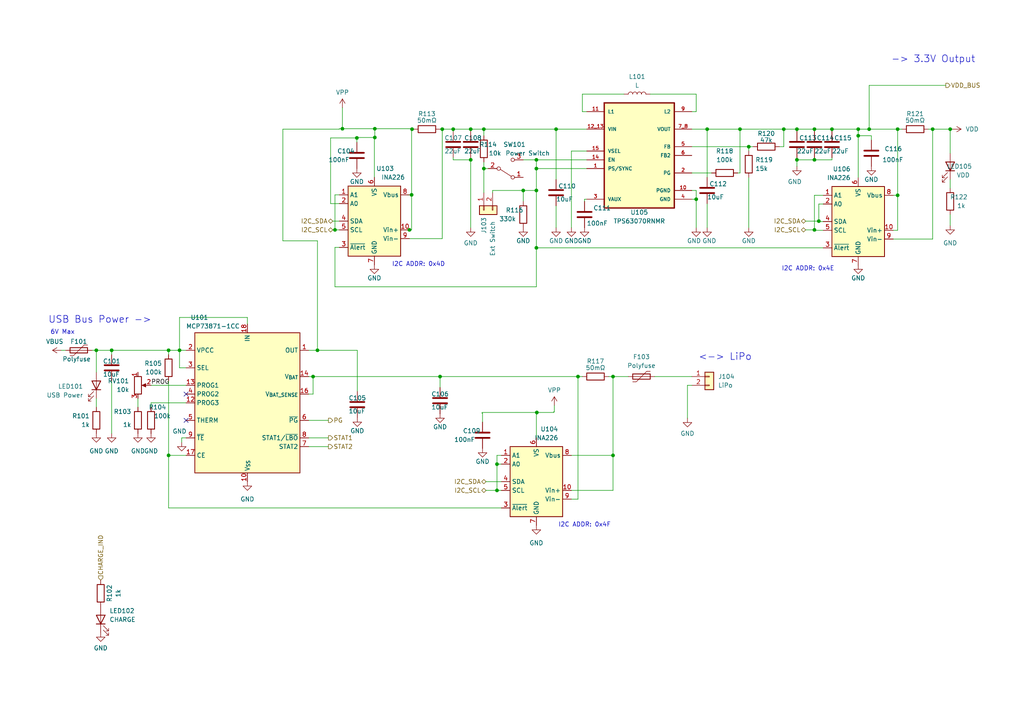
<source format=kicad_sch>
(kicad_sch (version 20231120) (generator "eeschema") (generator_version "8.0")
  (paper "A4")
  (lib_symbols
    (symbol "Battery_Management:MCP73871-1CC"
      (property "Reference" "U" (at -7.62 24.13 0))
      (property "Value" "MCP73871-1CC" (at -15.24 21.59 0))
      (symbol "MCP73871-1CC_0_1"
        (rectangle (start -15.24 20.32) (end 15.24 -20.32) (stroke (width 0.254)) (fill (type background)))
      )
      (symbol "MCP73871-1CC_1_1"
        (pin power_out line (at 17.78 15.24 180) (length 2.54) (name "OUT") (number "1"))
        (pin power_in line (at 0 -22.86 90) (length 2.54) (name "V_{SS}") (number "10"))
        (pin passive line (at 0 -22.86 90) (length 2.54) hide (name "V_{SS}") (number "11"))
        (pin bidirectional line (at -17.78 0 0) (length 2.54) (name "PROG3") (number "12"))
        (pin bidirectional line (at -17.78 5.08 0) (length 2.54) (name "PROG1") (number "13"))
        (pin power_out line (at 17.78 7.62 180) (length 2.54) (name "V_{BAT}") (number "14"))
        (pin passive line (at 17.78 7.62 180) (length 2.54) hide (name "V_{BAT}") (number "15"))
        (pin input line (at 17.78 2.54 180) (length 2.54) (name "V_{BAT_SENSE}") (number "16"))
        (pin input line (at -17.78 -15.24 0) (length 2.54) (name "CE") (number "17"))
        (pin power_in line (at 0 22.86 270) (length 2.54) (name "IN") (number "18"))
        (pin passive line (at 0 22.86 270) (length 2.54) hide (name "IN") (number "19"))
        (pin input line (at -17.78 15.24 0) (length 2.54) (name "VPCC") (number "2"))
        (pin passive line (at 17.78 15.24 180) (length 2.54) hide (name "OUT") (number "20"))
        (pin passive line (at 0 -22.86 90) (length 2.54) hide (name "V_{SS}") (number "21"))
        (pin input line (at -17.78 10.16 0) (length 2.54) (name "SEL") (number "3"))
        (pin input line (at -17.78 2.54 0) (length 2.54) (name "PROG2") (number "4"))
        (pin bidirectional line (at -17.78 -5.08 0) (length 2.54) (name "THERM") (number "5"))
        (pin open_collector line (at 17.78 -5.08 180) (length 2.54) (name "~{PG}") (number "6"))
        (pin open_collector line (at 17.78 -12.7 180) (length 2.54) (name "STAT2") (number "7"))
        (pin open_collector line (at 17.78 -10.16 180) (length 2.54) (name "STAT1/~{LBO}") (number "8"))
        (pin input line (at -17.78 -10.16 0) (length 2.54) (name "~{TE}") (number "9"))
      )
    )
    (symbol "Connector_Generic:Conn_01x02" (pin_names (offset 1.016) hide)
      (property "Reference" "J" (at 0 2.54 0))
      (property "Value" "Conn_01x02" (at 0 -5.08 0))
      (symbol "Conn_01x02_1_1"
        (rectangle (start -1.27 -2.413) (end 0 -2.667) (stroke (width 0.1524)))
        (rectangle (start -1.27 0.127) (end 0 -0.127) (stroke (width 0.1524)))
        (rectangle (start -1.27 1.27) (end 1.27 -3.81) (stroke (width 0.254)) (fill (type background)))
        (pin passive line (at -5.08 0 0) (length 3.81) (name "Pin_1") (number "1"))
        (pin passive line (at -5.08 -2.54 0) (length 3.81) (name "Pin_2") (number "2"))
      )
    )
    (symbol "Device:C" (pin_numbers hide) (pin_names (offset 0.254))
      (property "Reference" "C" (at 0.635 2.54 0))
      (property "Value" "C" (at 0.635 -2.54 0))
      (symbol "C_0_1"
        (polyline (pts (xy -2.032 -0.762) (xy 2.032 -0.762)) (stroke (width 0.508)))
        (polyline (pts (xy -2.032 0.762) (xy 2.032 0.762)) (stroke (width 0.508)))
      )
      (symbol "C_1_1"
        (pin passive line (at 0 3.81 270) (length 2.794) (name "~") (number "1"))
        (pin passive line (at 0 -3.81 90) (length 2.794) (name "~") (number "2"))
      )
    )
    (symbol "Device:L" (pin_numbers hide) (pin_names (offset 1.016) hide)
      (property "Reference" "L" (at -1.27 0 90))
      (property "Value" "L" (at 1.905 0 90))
      (symbol "L_0_1"
        (arc (start 0 -2.54) (mid 0.6323 -1.905) (end 0 -1.27))
        (arc (start 0 -1.27) (mid 0.6323 -0.635) (end 0 0))
        (arc (start 0 0) (mid 0.6323 0.635) (end 0 1.27))
        (arc (start 0 1.27) (mid 0.6323 1.905) (end 0 2.54))
      )
      (symbol "L_1_1"
        (pin passive line (at 0 3.81 270) (length 1.27) (name "1") (number "1"))
        (pin passive line (at 0 -3.81 90) (length 1.27) (name "2") (number "2"))
      )
    )
    (symbol "Device:LED" (pin_numbers hide) (pin_names (offset 1.016) hide)
      (property "Reference" "D" (at 0 2.54 0))
      (property "Value" "LED" (at 0 -2.54 0))
      (symbol "LED_0_1"
        (polyline (pts (xy -1.27 -1.27) (xy -1.27 1.27)) (stroke (width 0.254)))
        (polyline (pts (xy -1.27 0) (xy 1.27 0)))
        (polyline (pts (xy 1.27 -1.27) (xy 1.27 1.27) (xy -1.27 0) (xy 1.27 -1.27)) (stroke (width 0.254)))
        (polyline (pts (xy -3.048 -0.762) (xy -4.572 -2.286) (xy -3.81 -2.286) (xy -4.572 -2.286) (xy -4.572 -1.524)))
        (polyline (pts (xy -1.778 -0.762) (xy -3.302 -2.286) (xy -2.54 -2.286) (xy -3.302 -2.286) (xy -3.302 -1.524)))
      )
      (symbol "LED_1_1"
        (pin passive line (at -3.81 0 0) (length 2.54) (name "K") (number "1"))
        (pin passive line (at 3.81 0 180) (length 2.54) (name "A") (number "2"))
      )
    )
    (symbol "Device:Polyfuse" (pin_numbers hide) (pin_names (offset 0))
      (property "Reference" "F" (at -2.54 0 90))
      (property "Value" "Polyfuse" (at 2.54 0 90))
      (symbol "Polyfuse_0_1"
        (rectangle (start -0.762 2.54) (end 0.762 -2.54) (stroke (width 0.254)))
        (polyline (pts (xy 0 2.54) (xy 0 -2.54)))
        (polyline (pts (xy -1.524 2.54) (xy -1.524 1.524) (xy 1.524 -1.524) (xy 1.524 -2.54)))
      )
      (symbol "Polyfuse_1_1"
        (pin passive line (at 0 3.81 270) (length 1.27) (name "~") (number "1"))
        (pin passive line (at 0 -3.81 90) (length 1.27) (name "~") (number "2"))
      )
    )
    (symbol "Device:R" (pin_numbers hide) (pin_names (offset 0))
      (property "Reference" "R" (at 2.032 0 90))
      (property "Value" "R" (at 0 0 90))
      (symbol "R_0_1"
        (rectangle (start -1.016 -2.54) (end 1.016 2.54) (stroke (width 0.254)))
      )
      (symbol "R_1_1"
        (pin passive line (at 0 3.81 270) (length 1.27) (name "~") (number "1"))
        (pin passive line (at 0 -3.81 90) (length 1.27) (name "~") (number "2"))
      )
    )
    (symbol "Device:R_Potentiometer" (pin_names (offset 1.016) hide)
      (property "Reference" "RV" (at -4.445 0 90))
      (property "Value" "R_Potentiometer" (at -2.54 0 90))
      (symbol "R_Potentiometer_0_1"
        (polyline (pts (xy 2.54 0) (xy 1.524 0)))
        (polyline (pts (xy 1.143 0) (xy 2.286 0.508) (xy 2.286 -0.508) (xy 1.143 0)) (fill (type outline)))
        (rectangle (start 1.016 2.54) (end -1.016 -2.54) (stroke (width 0.254)))
      )
      (symbol "R_Potentiometer_1_1"
        (pin passive line (at 0 3.81 270) (length 1.27) (name "1") (number "1"))
        (pin passive line (at 3.81 0 180) (length 1.27) (name "2") (number "2"))
        (pin passive line (at 0 -3.81 90) (length 1.27) (name "3") (number "3"))
      )
    )
    (symbol "Sensor_Energy:INA226"
      (property "Reference" "U" (at -6.35 11.43 0))
      (property "Value" "INA226" (at 3.81 11.43 0))
      (symbol "INA226_0_1"
        (rectangle (start 7.62 10.16) (end -7.62 -10.16) (stroke (width 0.254)) (fill (type background)))
      )
      (symbol "INA226_1_1"
        (pin input line (at 10.16 7.62 180) (length 2.54) (name "A1") (number "1"))
        (pin input line (at -10.16 -2.54 0) (length 2.54) (name "Vin+") (number "10"))
        (pin input line (at 10.16 5.08 180) (length 2.54) (name "A0") (number "2"))
        (pin open_collector line (at 10.16 -7.62 180) (length 2.54) (name "~{Alert}") (number "3"))
        (pin bidirectional line (at 10.16 0 180) (length 2.54) (name "SDA") (number "4"))
        (pin input line (at 10.16 -2.54 180) (length 2.54) (name "SCL") (number "5"))
        (pin power_in line (at 0 12.7 270) (length 2.54) (name "VS") (number "6"))
        (pin power_in line (at 0 -12.7 90) (length 2.54) (name "GND") (number "7"))
        (pin input line (at -10.16 7.62 0) (length 2.54) (name "Vbus") (number "8"))
        (pin input line (at -10.16 -5.08 0) (length 2.54) (name "Vin-") (number "9"))
      )
    )
    (symbol "Switch:SW_SPDT" (pin_names (offset 0) hide)
      (property "Reference" "SW" (at 0 4.318 0))
      (property "Value" "SW_SPDT" (at 0 -5.08 0))
      (symbol "SW_SPDT_0_0"
        (circle (center -2.032 0) (radius 0.508))
        (circle (center 2.032 -2.54) (radius 0.508))
      )
      (symbol "SW_SPDT_0_1"
        (polyline (pts (xy -1.524 0.254) (xy 1.651 2.286)))
        (circle (center 2.032 2.54) (radius 0.508))
      )
      (symbol "SW_SPDT_1_1"
        (pin passive line (at 5.08 2.54 180) (length 2.54) (name "A") (number "1"))
        (pin passive line (at -5.08 0 0) (length 2.54) (name "B") (number "2"))
        (pin passive line (at 5.08 -2.54 180) (length 2.54) (name "C") (number "3"))
      )
    )
    (symbol "WOBCLibrary:TPS63070RNMR" (pin_names (offset 1.016))
      (property "Reference" "U" (at -12.7 29.21 0))
      (property "Value" "TPS63070RNMR" (at -12.7 -19.24 0))
      (symbol "TPS63070RNMR_0_0"
        (rectangle (start -10.16 15.24) (end 10.16 -15.24) (stroke (width 0.41)) (fill (type background)))
        (pin input line (at -15.24 -3.81 0) (length 5.08) (name "PS/SYNC") (number "1"))
        (pin power_in line (at 15.24 -10.16 180) (length 5.08) (name "PGND") (number "10"))
        (pin bidirectional line (at -15.24 12.7 0) (length 5.08) (name "L1") (number "11"))
        (pin input line (at -15.24 7.62 0) (length 5.08) (name "VIN") (number "12_13"))
        (pin input line (at -15.24 -1.27 0) (length 5.08) (name "EN") (number "14"))
        (pin input line (at -15.24 1.27 0) (length 5.08) (name "VSEL") (number "15"))
        (pin output line (at 15.24 -5.08 180) (length 5.08) (name "PG") (number "2"))
        (pin output line (at -15.24 -12.7 0) (length 5.08) (name "VAUX") (number "3"))
        (pin power_in line (at 15.24 -12.7 180) (length 5.08) (name "GND") (number "4"))
        (pin input line (at 15.24 2.54 180) (length 5.08) (name "FB") (number "5"))
        (pin output line (at 15.24 0 180) (length 5.08) (name "FB2") (number "6"))
        (pin output line (at 15.24 7.62 180) (length 5.08) (name "VOUT") (number "7_8"))
        (pin bidirectional line (at 15.24 12.7 180) (length 5.08) (name "L2") (number "9"))
      )
    )
    (symbol "power:GND" (power) (pin_names (offset 0))
      (property "Value" "GND" (at 0 -3.81 0))
      (symbol "GND_0_1"
        (polyline (pts (xy 0 0) (xy 0 -1.27) (xy 1.27 -1.27) (xy 0 -2.54) (xy -1.27 -1.27) (xy 0 -1.27)))
      )
      (symbol "GND_1_1"
        (pin power_in line (at 0 0 270) (length 0) hide (name "GND") (number "1"))
      )
    )
    (symbol "power:VBUS" (power) (pin_names (offset 0))
      (property "Value" "VBUS" (at 0 3.81 0))
      (symbol "VBUS_0_1"
        (polyline (pts (xy -0.762 1.27) (xy 0 2.54)))
        (polyline (pts (xy 0 0) (xy 0 2.54)))
        (polyline (pts (xy 0 2.54) (xy 0.762 1.27)))
      )
      (symbol "VBUS_1_1"
        (pin power_in line (at 0 0 90) (length 0) hide (name "VBUS") (number "1"))
      )
    )
    (symbol "power:VDD" (power) (pin_names (offset 0))
      (property "Value" "VDD" (at 0 3.81 0))
      (symbol "VDD_0_1"
        (polyline (pts (xy -0.762 1.27) (xy 0 2.54)))
        (polyline (pts (xy 0 0) (xy 0 2.54)))
        (polyline (pts (xy 0 2.54) (xy 0.762 1.27)))
      )
      (symbol "VDD_1_1"
        (pin power_in line (at 0 0 90) (length 0) hide (name "VDD") (number "1"))
      )
    )
    (symbol "power:VPP" (power) (pin_names (offset 0))
      (property "Value" "VPP" (at 0 3.81 0))
      (symbol "VPP_0_1"
        (polyline (pts (xy -0.762 1.27) (xy 0 2.54)))
        (polyline (pts (xy 0 0) (xy 0 2.54)))
        (polyline (pts (xy 0 2.54) (xy 0.762 1.27)))
      )
      (symbol "VPP_1_1"
        (pin power_in line (at 0 0 90) (length 0) hide (name "VPP") (number "1"))
      )
    )
  )
  (junction (at 108.712 37.338))
  (junction (at 260.35 56.642))
  (junction (at 214.63 37.465))
  (junction (at 119.507 37.465))
  (junction (at 248.92 37.465))
  (junction (at 231.14 46.355))
  (junction (at 155.575 48.895))
  (junction (at 237.49 64.135))
  (junction (at 227.33 37.465))
  (junction (at 201.93 57.785))
  (junction (at 217.17 42.545))
  (junction (at 131.445 37.465))
  (junction (at 236.22 46.355))
  (junction (at 128.27 37.465))
  (junction (at 32.385 101.6))
  (junction (at 236.22 66.675))
  (junction (at 27.94 101.6))
  (junction (at 161.29 37.465))
  (junction (at 252.095 37.465))
  (junction (at 151.765 55.245))
  (junction (at 144.145 142.24))
  (junction (at 108.712 39.878))
  (junction (at 90.805 109.22))
  (junction (at 231.14 37.465))
  (junction (at 167.64 109.22))
  (junction (at 236.22 37.465))
  (junction (at 127.635 109.22))
  (junction (at 155.575 71.882))
  (junction (at 260.35 37.465))
  (junction (at 97.155 66.675))
  (junction (at 155.702 119.634))
  (junction (at 140.335 37.465))
  (junction (at 119.38 56.515))
  (junction (at 140.335 48.895))
  (junction (at 144.145 134.62))
  (junction (at 270.51 37.465))
  (junction (at 103.505 40.005))
  (junction (at 52.07 101.6))
  (junction (at 118.745 66.675))
  (junction (at 48.895 132.08))
  (junction (at 177.8 132.08))
  (junction (at 275.59 37.465))
  (junction (at 241.3 37.465))
  (junction (at 136.525 37.465))
  (junction (at 205.105 37.465))
  (junction (at 155.575 46.355))
  (junction (at 92.075 101.6))
  (junction (at 136.525 46.355))
  (junction (at 155.575 55.245))
  (junction (at 99.314 37.338))
  (junction (at 48.895 101.6))
  (junction (at 248.92 39.37))
  (junction (at 177.8 109.22))
  (no_connect (at 53.975 121.92))
  (no_connect (at 53.975 114.3))
  (wire (pts (xy 142.875 55.245) (xy 151.765 55.245)))
  (wire (pts (xy 199.39 111.76) (xy 200.66 111.76)))
  (wire (pts (xy 217.17 42.545) (xy 218.44 42.545)))
  (wire (pts (xy 98.425 71.755) (xy 97.155 71.755)))
  (wire (pts (xy 259.08 56.642) (xy 260.35 56.642)))
  (wire (pts (xy 89.535 127) (xy 95.25 127)))
  (wire (pts (xy 270.51 37.465) (xy 275.59 37.465)))
  (wire (pts (xy 199.39 121.285) (xy 199.39 111.76)))
  (wire (pts (xy 161.29 37.465) (xy 170.18 37.465)))
  (wire (pts (xy 236.22 45.72) (xy 236.22 46.355)))
  (wire (pts (xy 236.22 37.465) (xy 241.3 37.465)))
  (wire (pts (xy 144.145 134.62) (xy 144.145 132.08)))
  (wire (pts (xy 189.865 109.22) (xy 200.66 109.22)))
  (wire (pts (xy 217.17 43.815) (xy 217.17 42.545)))
  (wire (pts (xy 206.375 50.165) (xy 200.66 50.165)))
  (wire (pts (xy 168.91 32.385) (xy 170.18 32.385)))
  (wire (pts (xy 140.335 37.465) (xy 161.29 37.465)))
  (wire (pts (xy 248.92 39.37) (xy 248.92 51.562)))
  (wire (pts (xy 201.93 27.305) (xy 201.93 32.385)))
  (wire (pts (xy 95.885 59.055) (xy 95.885 40.005)))
  (wire (pts (xy 43.815 118.11) (xy 43.815 116.84)))
  (wire (pts (xy 155.575 48.895) (xy 155.575 55.245)))
  (wire (pts (xy 160.655 119.38) (xy 160.655 119.634)))
  (wire (pts (xy 17.78 101.6) (xy 19.05 101.6)))
  (wire (pts (xy 48.895 132.08) (xy 48.895 147.32)))
  (wire (pts (xy 155.702 119.634) (xy 155.702 120.142)))
  (wire (pts (xy 176.53 109.22) (xy 177.8 109.22)))
  (wire (pts (xy 252.73 39.37) (xy 248.92 39.37)))
  (wire (pts (xy 98.425 56.515) (xy 97.155 56.515)))
  (wire (pts (xy 136.525 45.72) (xy 136.525 46.355)))
  (wire (pts (xy 201.93 57.785) (xy 200.66 57.785)))
  (wire (pts (xy 236.22 46.355) (xy 231.14 46.355)))
  (wire (pts (xy 48.895 101.6) (xy 48.895 102.87)))
  (wire (pts (xy 108.712 37.338) (xy 119.507 37.338)))
  (wire (pts (xy 139.827 119.888) (xy 139.827 119.634)))
  (wire (pts (xy 131.445 45.72) (xy 131.445 46.355)))
  (wire (pts (xy 248.92 76.962) (xy 248.92 76.835)))
  (wire (pts (xy 252.095 37.465) (xy 260.35 37.465)))
  (wire (pts (xy 260.35 37.465) (xy 261.62 37.465)))
  (wire (pts (xy 236.22 66.802) (xy 238.76 66.802)))
  (wire (pts (xy 142.875 55.88) (xy 142.875 55.245)))
  (wire (pts (xy 98.425 37.465) (xy 98.425 37.338)))
  (wire (pts (xy 160.782 119.38) (xy 160.782 117.602)))
  (wire (pts (xy 99.314 31.242) (xy 99.314 37.338)))
  (wire (pts (xy 260.35 37.465) (xy 260.35 56.642)))
  (wire (pts (xy 155.575 71.882) (xy 238.76 71.882)))
  (wire (pts (xy 90.805 114.3) (xy 90.805 109.22)))
  (wire (pts (xy 177.8 132.08) (xy 177.8 109.22)))
  (wire (pts (xy 32.385 110.49) (xy 32.385 125.73)))
  (wire (pts (xy 98.425 59.055) (xy 95.885 59.055)))
  (wire (pts (xy 241.3 46.355) (xy 236.22 46.355)))
  (wire (pts (xy 99.314 37.338) (xy 108.712 37.338)))
  (wire (pts (xy 139.827 119.888) (xy 139.954 119.888)))
  (wire (pts (xy 217.17 51.435) (xy 217.17 66.04)))
  (wire (pts (xy 275.59 65.405) (xy 275.59 62.23)))
  (wire (pts (xy 140.97 139.7) (xy 145.415 139.7)))
  (wire (pts (xy 131.445 37.465) (xy 131.445 38.1)))
  (wire (pts (xy 97.155 71.755) (xy 97.155 83.185)))
  (wire (pts (xy 108.712 37.338) (xy 108.712 39.878)))
  (wire (pts (xy 136.525 37.465) (xy 140.335 37.465)))
  (wire (pts (xy 200.66 37.465) (xy 205.105 37.465)))
  (wire (pts (xy 90.805 109.22) (xy 127.635 109.22)))
  (wire (pts (xy 165.735 144.78) (xy 167.64 144.78)))
  (wire (pts (xy 97.155 56.515) (xy 97.155 66.675)))
  (wire (pts (xy 140.335 37.465) (xy 140.335 39.37)))
  (wire (pts (xy 127.635 109.22) (xy 127.635 112.395)))
  (wire (pts (xy 205.105 66.04) (xy 205.105 59.055)))
  (wire (pts (xy 252.73 40.64) (xy 252.73 39.37)))
  (wire (pts (xy 236.22 56.642) (xy 236.22 66.675)))
  (wire (pts (xy 233.68 66.675) (xy 236.22 66.675)))
  (wire (pts (xy 227.33 37.465) (xy 231.14 37.465)))
  (wire (pts (xy 136.525 46.355) (xy 136.525 66.04)))
  (wire (pts (xy 127.635 37.465) (xy 128.27 37.465)))
  (wire (pts (xy 27.94 118.11) (xy 27.94 115.57)))
  (wire (pts (xy 236.22 66.802) (xy 236.22 66.675)))
  (wire (pts (xy 169.545 58.42) (xy 169.545 57.785)))
  (wire (pts (xy 108.712 40.259) (xy 108.585 40.259)))
  (wire (pts (xy 167.64 109.22) (xy 168.91 109.22)))
  (wire (pts (xy 108.585 40.259) (xy 108.585 51.435)))
  (wire (pts (xy 103.505 41.275) (xy 103.505 40.005)))
  (wire (pts (xy 144.145 134.62) (xy 144.145 142.24)))
  (wire (pts (xy 82.042 69.85) (xy 92.075 69.85)))
  (wire (pts (xy 131.445 37.465) (xy 136.525 37.465)))
  (wire (pts (xy 140.97 142.24) (xy 144.145 142.24)))
  (wire (pts (xy 82.042 37.465) (xy 98.425 37.465)))
  (wire (pts (xy 26.67 101.6) (xy 27.94 101.6)))
  (wire (pts (xy 241.3 37.465) (xy 241.3 38.1)))
  (wire (pts (xy 118.11 66.675) (xy 118.745 66.675)))
  (wire (pts (xy 248.92 37.465) (xy 248.92 39.37)))
  (wire (pts (xy 168.91 27.305) (xy 168.91 32.385)))
  (wire (pts (xy 145.415 134.62) (xy 144.145 134.62)))
  (wire (pts (xy 140.335 48.895) (xy 140.335 55.88)))
  (wire (pts (xy 275.59 37.465) (xy 276.225 37.465)))
  (wire (pts (xy 155.575 46.355) (xy 170.18 46.355)))
  (wire (pts (xy 201.93 32.385) (xy 200.66 32.385)))
  (wire (pts (xy 96.52 64.135) (xy 98.425 64.135)))
  (wire (pts (xy 82.042 37.465) (xy 82.042 69.85)))
  (wire (pts (xy 241.3 45.72) (xy 241.3 46.355)))
  (wire (pts (xy 248.92 37.465) (xy 252.095 37.465)))
  (wire (pts (xy 167.64 109.22) (xy 167.64 144.78)))
  (wire (pts (xy 136.525 37.465) (xy 136.525 38.1)))
  (wire (pts (xy 71.755 92.075) (xy 71.755 93.98)))
  (wire (pts (xy 274.32 24.765) (xy 252.095 24.765)))
  (wire (pts (xy 52.07 101.6) (xy 53.975 101.6)))
  (wire (pts (xy 32.385 101.6) (xy 32.385 102.87)))
  (wire (pts (xy 214.63 37.465) (xy 227.33 37.465)))
  (wire (pts (xy 170.18 43.815) (xy 165.735 43.815)))
  (wire (pts (xy 52.07 106.68) (xy 52.07 101.6)))
  (wire (pts (xy 259.08 66.802) (xy 260.35 66.802)))
  (wire (pts (xy 165.735 132.08) (xy 177.8 132.08)))
  (wire (pts (xy 52.705 128.27) (xy 52.705 127)))
  (wire (pts (xy 95.25 129.54) (xy 89.535 129.54)))
  (wire (pts (xy 231.14 46.355) (xy 231.14 45.72)))
  (wire (pts (xy 237.49 59.182) (xy 237.49 64.135)))
  (wire (pts (xy 155.575 120.142) (xy 155.575 127)))
  (wire (pts (xy 108.712 39.878) (xy 108.712 40.259)))
  (wire (pts (xy 177.8 109.22) (xy 182.245 109.22)))
  (wire (pts (xy 103.505 39.878) (xy 103.505 40.005)))
  (wire (pts (xy 260.35 66.802) (xy 260.35 56.642)))
  (wire (pts (xy 95.885 40.005) (xy 103.505 40.005)))
  (wire (pts (xy 140.335 46.99) (xy 140.335 48.895)))
  (wire (pts (xy 213.995 50.165) (xy 214.63 50.165)))
  (wire (pts (xy 201.93 57.785) (xy 201.93 66.04)))
  (wire (pts (xy 118.745 66.675) (xy 119.38 66.675)))
  (wire (pts (xy 200.66 42.545) (xy 217.17 42.545)))
  (wire (pts (xy 119.38 66.675) (xy 119.38 56.515)))
  (wire (pts (xy 226.06 42.545) (xy 227.33 42.545)))
  (wire (pts (xy 139.827 119.634) (xy 155.702 119.634)))
  (wire (pts (xy 151.765 46.355) (xy 155.575 46.355)))
  (wire (pts (xy 160.655 119.38) (xy 160.782 119.38)))
  (wire (pts (xy 128.27 37.465) (xy 131.445 37.465)))
  (wire (pts (xy 237.49 64.262) (xy 238.76 64.262)))
  (wire (pts (xy 238.76 59.182) (xy 237.49 59.182)))
  (wire (pts (xy 89.535 114.3) (xy 90.805 114.3)))
  (wire (pts (xy 170.18 48.895) (xy 155.575 48.895)))
  (wire (pts (xy 92.075 69.85) (xy 92.075 101.6)))
  (wire (pts (xy 53.975 106.68) (xy 52.07 106.68)))
  (wire (pts (xy 205.105 37.465) (xy 214.63 37.465)))
  (wire (pts (xy 144.145 142.24) (xy 145.415 142.24)))
  (wire (pts (xy 237.49 64.262) (xy 237.49 64.135)))
  (wire (pts (xy 205.105 37.465) (xy 205.105 51.435)))
  (wire (pts (xy 201.93 55.245) (xy 201.93 57.785)))
  (wire (pts (xy 161.29 52.07) (xy 161.29 37.465)))
  (wire (pts (xy 155.575 55.245) (xy 155.575 71.882)))
  (wire (pts (xy 97.155 83.185) (xy 155.575 83.185)))
  (wire (pts (xy 155.575 46.355) (xy 155.575 48.895)))
  (wire (pts (xy 103.632 101.6) (xy 103.632 113.538)))
  (wire (pts (xy 227.33 42.545) (xy 227.33 37.465)))
  (wire (pts (xy 214.63 50.165) (xy 214.63 37.465)))
  (wire (pts (xy 118.745 69.215) (xy 128.27 69.215)))
  (wire (pts (xy 161.29 59.69) (xy 161.29 66.04)))
  (wire (pts (xy 269.24 37.465) (xy 270.51 37.465)))
  (wire (pts (xy 155.575 83.185) (xy 155.575 71.882)))
  (wire (pts (xy 236.22 56.642) (xy 238.76 56.642)))
  (wire (pts (xy 144.145 132.08) (xy 145.415 132.08)))
  (wire (pts (xy 165.735 43.815) (xy 165.735 66.04)))
  (wire (pts (xy 270.51 69.342) (xy 270.51 37.465)))
  (wire (pts (xy 165.735 142.24) (xy 177.8 142.24)))
  (wire (pts (xy 43.815 111.76) (xy 53.975 111.76)))
  (wire (pts (xy 52.07 92.075) (xy 52.07 101.6)))
  (wire (pts (xy 259.08 69.342) (xy 270.51 69.342)))
  (wire (pts (xy 43.815 116.84) (xy 53.975 116.84)))
  (wire (pts (xy 169.545 57.785) (xy 170.18 57.785)))
  (wire (pts (xy 151.765 55.245) (xy 151.765 58.42)))
  (wire (pts (xy 200.66 55.245) (xy 201.93 55.245)))
  (wire (pts (xy 131.445 46.355) (xy 136.525 46.355)))
  (wire (pts (xy 89.535 121.92) (xy 95.25 121.92)))
  (wire (pts (xy 127.635 109.22) (xy 167.64 109.22)))
  (wire (pts (xy 119.507 37.338) (xy 119.507 37.465)))
  (wire (pts (xy 98.425 37.338) (xy 99.314 37.338)))
  (wire (pts (xy 241.3 37.465) (xy 248.92 37.465)))
  (wire (pts (xy 103.505 39.878) (xy 108.712 39.878)))
  (wire (pts (xy 92.075 101.6) (xy 103.632 101.6)))
  (wire (pts (xy 32.385 101.6) (xy 48.895 101.6)))
  (wire (pts (xy 118.11 56.515) (xy 119.38 56.515)))
  (wire (pts (xy 48.895 110.49) (xy 48.895 132.08)))
  (wire (pts (xy 233.68 64.135) (xy 237.49 64.135)))
  (wire (pts (xy 160.655 119.634) (xy 155.702 119.634)))
  (wire (pts (xy 119.38 37.465) (xy 119.38 56.515)))
  (wire (pts (xy 71.755 92.075) (xy 52.07 92.075)))
  (wire (pts (xy 89.535 101.6) (xy 92.075 101.6)))
  (wire (pts (xy 151.765 55.245) (xy 155.575 55.245)))
  (wire (pts (xy 96.52 66.675) (xy 97.155 66.675)))
  (wire (pts (xy 231.14 37.465) (xy 231.14 38.1)))
  (wire (pts (xy 48.895 147.32) (xy 145.415 147.32)))
  (wire (pts (xy 27.94 101.6) (xy 32.385 101.6)))
  (wire (pts (xy 97.155 66.675) (xy 98.425 66.675)))
  (wire (pts (xy 139.954 119.888) (xy 139.954 122.428)))
  (wire (pts (xy 40.005 118.11) (xy 40.005 115.57)))
  (wire (pts (xy 275.59 54.61) (xy 275.59 52.07)))
  (wire (pts (xy 275.59 37.465) (xy 275.59 44.45)))
  (wire (pts (xy 180.975 27.305) (xy 168.91 27.305)))
  (wire (pts (xy 119.38 37.465) (xy 119.507 37.465)))
  (wire (pts (xy 119.507 37.465) (xy 120.015 37.465)))
  (wire (pts (xy 252.095 24.765) (xy 252.095 37.465)))
  (wire (pts (xy 89.535 109.22) (xy 90.805 109.22)))
  (wire (pts (xy 128.27 69.215) (xy 128.27 37.465)))
  (wire (pts (xy 231.14 46.355) (xy 231.14 48.26)))
  (wire (pts (xy 27.94 101.6) (xy 27.94 107.95)))
  (wire (pts (xy 140.335 48.895) (xy 141.605 48.895)))
  (wire (pts (xy 236.22 37.465) (xy 236.22 38.1)))
  (wire (pts (xy 155.702 120.142) (xy 155.575 120.142)))
  (wire (pts (xy 188.595 27.305) (xy 201.93 27.305)))
  (wire (pts (xy 53.975 132.08) (xy 48.895 132.08)))
  (wire (pts (xy 231.14 37.465) (xy 236.22 37.465)))
  (wire (pts (xy 177.8 142.24) (xy 177.8 132.08)))
  (wire (pts (xy 52.705 127) (xy 53.975 127)))
  (wire (pts (xy 48.895 101.6) (xy 52.07 101.6)))
  (text "6V Max" (at 14.605 97.155 0) (effects (font (size 1.27 1.27)) (justify left bottom)))
  (text "USB Bus Power ->" (at 13.97 93.98 0) (effects (font (size 2 2)) (justify left bottom)))
  (text "<-> LiPo" (at 202.565 104.775 0) (effects (font (size 2 2)) (justify left bottom)))
  (text "I2C ADDR: 0x4D" (at 113.665 77.47 0) (effects (font (size 1.27 1.27)) (justify left bottom)))
  (text "I2C ADDR: 0x4F" (at 161.925 153.035 0) (effects (font (size 1.27 1.27)) (justify left bottom)))
  (text "-> 3.3V Output" (at 258.445 18.415 0) (effects (font (size 2 2)) (justify left bottom)))
  (text "I2C ADDR: 0x4E" (at 226.695 78.74 0) (effects (font (size 1.27 1.27)) (justify left bottom)))
  (label "PROG" (at 43.815 111.76 0))
  (hierarchical_label "STAT1" (shape output) (at 95.25 127 0))
  (hierarchical_label "I2C_SCL" (shape bidirectional) (at 233.68 66.675 180))
  (hierarchical_label "STAT2" (shape output) (at 95.25 129.54 0))
  (hierarchical_label "I2C_SCL" (shape bidirectional) (at 140.97 142.24 180))
  (hierarchical_label "PG" (shape output) (at 95.25 121.92 0))
  (hierarchical_label "VDD_BUS" (shape output) (at 274.32 24.765 0))
  (hierarchical_label "CHARGE_IND" (shape input) (at 29.21 168.275 90))
  (hierarchical_label "I2C_SDA" (shape bidirectional) (at 140.97 139.7 180))
  (hierarchical_label "I2C_SDA" (shape bidirectional) (at 96.52 64.135 180))
  (hierarchical_label "I2C_SDA" (shape bidirectional) (at 233.68 64.135 180))
  (hierarchical_label "I2C_SCL" (shape bidirectional) (at 96.52 66.675 180))
  (symbol (lib_id "power:GND") (at 71.755 139.7 0) (unit 1)
    (property "Reference" "#PWR0112" (effects (hide yes)))
    (property "Value" "GND" (at 71.755 144.78 0))
  )
  (symbol (lib_id "power:GND") (at 252.73 48.26 0) (unit 1)
    (property "Reference" "#PWR0137" (effects (hide yes)))
    (property "Value" "GND" (at 252.73 52.07 0))
  )
  (symbol (lib_id "power:GND") (at 103.632 121.158 0) (unit 1)
    (property "Reference" "#PWR0117" (effects (hide yes)))
    (property "Value" "GND" (at 103.632 124.968 0))
  )
  (symbol (lib_id "Device:C") (at 32.385 106.68 0) (unit 1)
    (property "Reference" "C101" (at 29.845 104.775 0) (effects (justify left)))
    (property "Value" "10uF" (at 29.845 108.585 0) (effects (justify left)))
    (property "Footprint" "Capacitor_SMD:C_0603_1608Metric" (effects (hide yes)))
    (property "LCSC" "C96446" (effects (hide yes)))
  )
  (symbol (lib_id "Device:C") (at 236.22 41.91 0) (unit 1)
    (property "Reference" "C114" (at 236.855 40.005 0) (effects (justify left)))
    (property "Value" "22uF" (at 236.22 43.815 0) (effects (justify left)))
    (property "Footprint" "Capacitor_SMD:C_0805_2012Metric" (effects (hide yes)))
    (property "LCSC" "C45783" (effects (hide yes)))
  )
  (symbol (lib_id "Device:LED") (at 275.59 48.26 270) (mirror x) (unit 1)
    (property "Reference" "LED105" (at 281.94 48.26 90) (effects (justify right)))
    (property "Value" "VDD" (at 281.305 50.8 90) (effects (justify right)))
    (property "Footprint" "LED_SMD:LED_0805_2012Metric" (effects (hide yes)))
    (property "LCSC" "C2297" (effects (hide yes)))
  )
  (symbol (lib_id "Device:C") (at 136.525 41.91 0) (unit 1)
    (property "Reference" "C108" (at 134.62 40.005 0) (effects (justify left)))
    (property "Value" "22uF" (at 134.62 43.815 0) (effects (justify left)))
    (property "Footprint" "Capacitor_SMD:C_0805_2012Metric" (effects (hide yes)))
    (property "LCSC" "C45783" (effects (hide yes)))
  )
  (symbol (lib_id "Sensor_Energy:INA226") (at 108.585 64.135 0) (mirror y) (unit 1)
    (property "Reference" "U103" (at 114.3 48.895 0) (effects (justify left)))
    (property "Value" "INA226" (at 117.475 51.435 0) (effects (justify left)))
    (property "Footprint" "Package_SO:VSSOP-10_3x3mm_P0.5mm" (effects (hide yes)))
    (property "Datasheet" "http://www.ti.com/lit/ds/symlink/ina226.pdf" (effects (hide yes)))
    (property "LCSC" "C49851" (effects (hide yes)))
  )
  (symbol (lib_id "Device:R") (at 27.94 121.92 0) (mirror y) (unit 1)
    (property "Reference" "R101" (at 26.035 120.65 0) (effects (justify left)))
    (property "Value" "1k" (at 26.035 123.19 0) (effects (justify left)))
    (property "Footprint" "Resistor_SMD:R_0402_1005Metric" (effects (hide yes)))
    (property "LCSC" "C11702" (effects (hide yes)))
  )
  (symbol (lib_id "Device:C") (at 231.14 41.91 0) (unit 1)
    (property "Reference" "C113" (at 231.775 40.005 0) (effects (justify left)))
    (property "Value" "22uF" (at 231.14 43.815 0) (effects (justify left)))
    (property "Footprint" "Capacitor_SMD:C_0805_2012Metric" (effects (hide yes)))
    (property "LCSC" "C45783" (effects (hide yes)))
  )
  (symbol (lib_id "Device:L") (at 184.785 27.305 90) (unit 1)
    (property "Reference" "L101" (at 184.785 22.225 90))
    (property "Value" "L" (at 184.785 24.765 90))
    (property "Footprint" "Inductor_SMD:L_Wuerth_WE-TPC-3816" (effects (hide yes)))
    (property "LCSC" "C3033018" (effects (hide yes)))
  )
  (symbol (lib_id "Connector_Generic:Conn_01x02") (at 205.74 109.22 0) (unit 1)
    (property "Reference" "J104" (at 208.28 109.22 0) (effects (justify left)))
    (property "Value" "LiPo" (at 208.28 111.76 0) (effects (justify left)))
    (property "Footprint" "Connector_JST:JST_PH_S2B-PH-K_1x02_P2.00mm_Horizontal" (effects (hide yes)))
  )
  (symbol (lib_id "power:GND") (at 201.93 66.04 0) (unit 1)
    (property "Reference" "#PWR0132" (effects (hide yes)))
    (property "Value" "GND" (at 201.295 69.85 0))
  )
  (symbol (lib_id "power:GND") (at 155.575 152.4 0) (unit 1)
    (property "Reference" "#PWR0126" (effects (hide yes)))
    (property "Value" "GND" (at 155.575 157.48 0))
  )
  (symbol (lib_id "power:GND") (at 199.39 121.285 0) (unit 1)
    (property "Reference" "#PWR0131" (effects (hide yes)))
    (property "Value" "GND" (at 199.39 125.73 0))
  )
  (symbol (lib_id "Device:C") (at 205.105 55.245 0) (unit 1)
    (property "Reference" "C112" (at 205.74 53.34 0) (effects (justify left)))
    (property "Value" "10uF" (at 205.105 57.15 0) (effects (justify left)))
    (property "Footprint" "Capacitor_SMD:C_0603_1608Metric" (effects (hide yes)))
    (property "LCSC" "C96446" (effects (hide yes)))
  )
  (symbol (lib_id "Device:C") (at 241.3 41.91 0) (unit 1)
    (property "Reference" "C115" (at 241.935 40.005 0) (effects (justify left)))
    (property "Value" "22uF" (at 241.3 43.815 0) (effects (justify left)))
    (property "Footprint" "Capacitor_SMD:C_0805_2012Metric" (effects (hide yes)))
    (property "LCSC" "C45783" (effects (hide yes)))
  )
  (symbol (lib_id "Device:R") (at 222.25 42.545 90) (unit 1)
    (property "Reference" "R120" (at 222.25 38.735 90))
    (property "Value" "47k" (at 222.25 40.64 90))
    (property "Footprint" "Resistor_SMD:R_0402_1005Metric" (effects (hide yes)))
    (property "LCSC" "C25792" (effects (hide yes)))
  )
  (symbol (lib_id "Device:C") (at 169.545 62.23 0) (unit 1)
    (property "Reference" "C111" (at 172.085 60.325 0) (effects (justify left)))
    (property "Value" "100nF" (at 170.18 64.77 0) (effects (justify left)))
    (property "Footprint" "Capacitor_SMD:C_0402_1005Metric" (effects (hide yes)))
    (property "LCSC" "C1525" (effects (hide yes)))
  )
  (symbol (lib_id "power:GND") (at 275.59 65.405 0) (unit 1)
    (property "Reference" "#PWR0138" (effects (hide yes)))
    (property "Value" "GND" (at 275.59 70.485 0))
  )
  (symbol (lib_id "power:GND") (at 231.14 48.26 0) (unit 1)
    (property "Reference" "#PWR0135" (effects (hide yes)))
    (property "Value" "GND" (at 230.505 52.705 0))
  )
  (symbol (lib_id "Device:R") (at 172.72 109.22 90) (unit 1)
    (property "Reference" "R117" (at 172.72 104.775 90))
    (property "Value" "50mΩ" (at 172.72 106.68 90))
    (property "Footprint" "Resistor_SMD:R_0805_2012Metric" (effects (hide yes)))
    (property "LCSC" "C247602" (effects (hide yes)))
  )
  (symbol (lib_id "Device:C") (at 103.632 117.348 0) (unit 1)
    (property "Reference" "C105" (at 101.092 115.443 0) (effects (justify left)))
    (property "Value" "10uF" (at 101.092 119.253 0) (effects (justify left)))
    (property "Footprint" "Capacitor_SMD:C_0603_1608Metric" (effects (hide yes)))
    (property "LCSC" "C96446" (effects (hide yes)))
  )
  (symbol (lib_id "Device:R_Potentiometer") (at 40.005 111.76 0) (unit 1)
    (property "Reference" "RV101" (at 37.465 110.49 0) (effects (justify right)))
    (property "Value" "10k" (at 37.465 113.03 0) (effects (justify right)))
    (property "Footprint" "Potentiometer_SMD:Potentiometer_Bourns_TC33X_Vertical" (effects (hide yes)))
    (property "LCSC" "C719176" (effects (hide yes)))
  )
  (symbol (lib_id "power:GND") (at 108.585 76.835 0) (unit 1)
    (property "Reference" "#PWR0119" (effects (hide yes)))
    (property "Value" "GND" (at 108.585 80.645 0))
  )
  (symbol (lib_id "power:GND") (at 40.005 125.73 0) (unit 1)
    (property "Reference" "#PWR0106" (effects (hide yes)))
    (property "Value" "GND" (at 40.005 130.81 0))
  )
  (symbol (lib_id "Device:R") (at 40.005 121.92 0) (mirror y) (unit 1)
    (property "Reference" "R103" (at 38.1 119.38 0) (effects (justify left)))
    (property "Value" "1k" (at 38.1 123.19 0) (effects (justify left)))
    (property "Footprint" "Resistor_SMD:R_0402_1005Metric" (effects (hide yes)))
    (property "LCSC" "C11702" (effects (hide yes)))
  )
  (symbol (lib_id "power:GND") (at 103.505 48.895 0) (unit 1)
    (property "Reference" "#PWR0116" (effects (hide yes)))
    (property "Value" "GND" (at 103.505 52.705 0))
  )
  (symbol (lib_id "Device:R") (at 29.21 172.085 180) (unit 1)
    (property "Reference" "R102" (at 31.75 172.085 90))
    (property "Value" "1k" (at 34.29 172.085 90))
    (property "Footprint" "Resistor_SMD:R_0402_1005Metric" (effects (hide yes)))
    (property "LCSC" "C11702" (effects (hide yes)))
  )
  (symbol (lib_id "power:GND") (at 136.525 66.04 0) (unit 1)
    (property "Reference" "#PWR0123" (effects (hide yes)))
    (property "Value" "GND" (at 136.525 70.485 0))
  )
  (symbol (lib_id "Device:R") (at 151.765 62.23 0) (unit 1)
    (property "Reference" "R116" (at 146.685 60.96 0) (effects (justify left)))
    (property "Value" "330k" (at 144.78 63.5 0) (effects (justify left)))
    (property "Footprint" "Resistor_SMD:R_0402_1005Metric" (effects (hide yes)))
    (property "LCSC" "C23137" (effects (hide yes)))
  )
  (symbol (lib_id "power:GND") (at 29.21 183.515 0) (unit 1)
    (property "Reference" "#PWR0103" (effects (hide yes)))
    (property "Value" "GND" (at 29.21 187.96 0))
  )
  (symbol (lib_id "power:GND") (at 151.765 66.04 0) (unit 1)
    (property "Reference" "#PWR0125" (effects (hide yes)))
    (property "Value" "GND" (at 151.765 69.85 0))
  )
  (symbol (lib_id "power:GND") (at 161.29 66.04 0) (unit 1)
    (property "Reference" "#PWR0128" (effects (hide yes)))
    (property "Value" "GND" (at 161.29 69.85 0))
  )
  (symbol (lib_id "Device:R") (at 275.59 58.42 0) (mirror y) (unit 1)
    (property "Reference" "R122" (at 280.67 57.15 0) (effects (justify left)))
    (property "Value" "1k" (at 280.035 59.69 0) (effects (justify left)))
    (property "Footprint" "Resistor_SMD:R_0402_1005Metric" (effects (hide yes)))
    (property "LCSC" "C11702" (effects (hide yes)))
  )
  (symbol (lib_id "Device:R") (at 265.43 37.465 90) (unit 1)
    (property "Reference" "R121" (at 265.43 33.02 90))
    (property "Value" "50mΩ" (at 265.43 34.925 90))
    (property "Footprint" "Resistor_SMD:R_0805_2012Metric" (effects (hide yes)))
    (property "LCSC" "C247602" (effects (hide yes)))
  )
  (symbol (lib_id "power:VBUS") (at 17.78 101.6 90) (unit 1)
    (property "Reference" "#PWR0101" (effects (hide yes)))
    (property "Value" "VBUS" (at 18.415 99.06 90) (effects (justify left)))
  )
  (symbol (lib_id "power:VDD") (at 276.225 37.465 270) (unit 1)
    (property "Reference" "#PWR0139" (effects (hide yes)))
    (property "Value" "VDD" (at 280.035 37.465 90) (effects (justify left)))
  )
  (symbol (lib_id "Device:R") (at 123.825 37.465 90) (unit 1)
    (property "Reference" "R113" (at 123.825 33.02 90))
    (property "Value" "50mΩ" (at 123.825 34.925 90))
    (property "Footprint" "Resistor_SMD:R_0805_2012Metric" (effects (hide yes)))
    (property "LCSC" "C247602" (effects (hide yes)))
  )
  (symbol (lib_id "Device:R") (at 210.185 50.165 270) (unit 1)
    (property "Reference" "R118" (at 210.185 43.815 90))
    (property "Value" "100k" (at 210.185 46.355 90))
    (property "Footprint" "Resistor_SMD:R_0402_1005Metric" (effects (hide yes)))
    (property "LCSC" "C25741" (effects (hide yes)))
  )
  (symbol (lib_id "power:GND") (at 43.815 125.73 0) (unit 1)
    (property "Reference" "#PWR0107" (effects (hide yes)))
    (property "Value" "GND" (at 43.815 130.81 0))
  )
  (symbol (lib_id "power:VPP") (at 160.782 117.602 0) (unit 1)
    (property "Reference" "#PWR0127" (effects (hide yes)))
    (property "Value" "VPP" (at 160.782 113.157 0))
  )
  (symbol (lib_id "Device:C") (at 103.505 45.085 0) (unit 1)
    (property "Reference" "C104" (at 97.79 43.815 0) (effects (justify left)))
    (property "Value" "100nF" (at 95.25 46.355 0) (effects (justify left)))
    (property "Footprint" "Capacitor_SMD:C_0402_1005Metric" (effects (hide yes)))
    (property "LCSC" "C1525" (effects (hide yes)))
  )
  (symbol (lib_id "Device:C") (at 161.29 55.88 0) (unit 1)
    (property "Reference" "C110" (at 161.925 53.975 0) (effects (justify left)))
    (property "Value" "10uF" (at 161.29 57.785 0) (effects (justify left)))
    (property "Footprint" "Capacitor_SMD:C_0603_1608Metric" (effects (hide yes)))
    (property "LCSC" "C96446" (effects (hide yes)))
  )
  (symbol (lib_id "Device:R") (at 140.335 43.18 180) (unit 1)
    (property "Reference" "R114" (at 144.145 41.91 0) (effects (justify left)))
    (property "Value" "10k" (at 145.415 44.45 0) (effects (justify left)))
    (property "Footprint" "Resistor_SMD:R_0402_1005Metric" (effects (hide yes)))
    (property "LCSC" "C25744" (effects (hide yes)))
  )
  (symbol (lib_id "Sensor_Energy:INA226") (at 155.575 139.7 0) (mirror y) (unit 1)
    (property "Reference" "U104" (at 161.925 124.46 0) (effects (justify left)))
    (property "Value" "INA226" (at 161.925 127 0) (effects (justify left)))
    (property "Footprint" "Package_SO:VSSOP-10_3x3mm_P0.5mm" (effects (hide yes)))
    (property "Datasheet" "http://www.ti.com/lit/ds/symlink/ina226.pdf" (effects (hide yes)))
    (property "LCSC" "C49851" (effects (hide yes)))
  )
  (symbol (lib_id "power:GND") (at 52.705 128.27 0) (unit 1)
    (property "Reference" "#PWR0109" (effects (hide yes)))
    (property "Value" "GND" (at 52.07 125.095 0))
  )
  (symbol (lib_id "Connector_Generic:Conn_01x02") (at 140.335 60.96 90) (mirror x) (unit 1)
    (property "Reference" "J103" (at 140.335 65.405 0))
    (property "Value" "Ext Switch" (at 142.875 69.215 0))
    (property "Footprint" "Connector_JST:JST_PH_S2B-PH-K_1x02_P2.00mm_Horizontal" (effects (hide yes)))
  )
  (symbol (lib_id "power:GND") (at 27.94 125.73 0) (unit 1)
    (property "Reference" "#PWR0102" (effects (hide yes)))
    (property "Value" "GND" (at 27.94 130.81 0))
  )
  (symbol (lib_id "power:GND") (at 205.105 66.04 0) (unit 1)
    (property "Reference" "#PWR0133" (effects (hide yes)))
    (property "Value" "GND" (at 205.74 69.85 0))
  )
  (symbol (lib_id "power:GND") (at 165.735 66.04 0) (unit 1)
    (property "Reference" "#PWR0129" (effects (hide yes)))
    (property "Value" "GND" (at 165.735 69.85 0))
  )
  (symbol (lib_id "power:GND") (at 127.635 120.015 0) (unit 1)
    (property "Reference" "#PWR0122" (effects (hide yes)))
    (property "Value" "GND" (at 127.635 123.825 0))
  )
  (symbol (lib_id "Device:LED") (at 29.21 179.705 90) (unit 1)
    (property "Reference" "LED102" (at 31.75 177.165 90) (effects (justify right)))
    (property "Value" "CHARGE" (at 31.75 179.705 90) (effects (justify right)))
    (property "Footprint" "LED_SMD:LED_0805_2012Metric" (effects (hide yes)))
    (property "LCSC" "C2296" (effects (hide yes)))
  )
  (symbol (lib_id "Device:C") (at 139.954 126.238 0) (unit 1)
    (property "Reference" "C109" (at 134.239 124.968 0) (effects (justify left)))
    (property "Value" "100nF" (at 131.699 127.508 0) (effects (justify left)))
    (property "Footprint" "Capacitor_SMD:C_0402_1005Metric" (effects (hide yes)))
    (property "LCSC" "C1525" (effects (hide yes)))
  )
  (symbol (lib_id "power:GND") (at 139.954 130.048 0) (unit 1)
    (property "Reference" "#PWR0124" (effects (hide yes)))
    (property "Value" "GND" (at 139.954 133.858 0))
  )
  (symbol (lib_id "Device:R") (at 217.17 47.625 180) (unit 1)
    (property "Reference" "R119" (at 219.075 46.355 0) (effects (justify right)))
    (property "Value" "15k" (at 219.075 48.895 0) (effects (justify right)))
    (property "Footprint" "Resistor_SMD:R_0402_1005Metric" (effects (hide yes)))
    (property "LCSC" "C25756" (effects (hide yes)))
  )
  (symbol (lib_id "Device:Polyfuse") (at 22.86 101.6 90) (unit 1)
    (property "Reference" "F101" (at 22.86 99.06 90))
    (property "Value" "Polyfuse" (at 22.225 104.14 90))
    (property "Footprint" "Fuse:Fuse_1206_3216Metric" (effects (hide yes)))
    (property "LCSC" " C883133" (effects (hide yes)))
  )
  (symbol (lib_id "power:GND") (at 32.385 125.73 0) (unit 1)
    (property "Reference" "#PWR0105" (effects (hide yes)))
    (property "Value" "GND" (at 32.385 130.81 0))
  )
  (symbol (lib_id "Device:R") (at 43.815 121.92 0) (mirror y) (unit 1)
    (property "Reference" "R104" (at 48.26 118.11 0) (effects (justify left)))
    (property "Value" "100k" (at 49.53 120.65 0) (effects (justify left)))
    (property "Footprint" "Resistor_SMD:R_0402_1005Metric" (effects (hide yes)))
    (property "LCSC" "C25741" (effects (hide yes)))
  )
  (symbol (lib_id "Device:Polyfuse") (at 186.055 109.22 90) (unit 1)
    (property "Reference" "F103" (at 186.055 103.505 90))
    (property "Value" "Polyfuse" (at 186.055 106.045 90))
    (property "Footprint" "Fuse:Fuse_1206_3216Metric" (effects (hide yes)))
    (property "LCSC" " C883133" (effects (hide yes)))
  )
  (symbol (lib_id "power:GND") (at 248.92 76.835 0) (unit 1)
    (property "Reference" "#PWR0136" (effects (hide yes)))
    (property "Value" "GND" (at 248.92 80.645 0))
  )
  (symbol (lib_id "power:GND") (at 217.17 66.04 0) (unit 1)
    (property "Reference" "#PWR0134" (effects (hide yes)))
    (property "Value" "GND" (at 217.17 69.85 0))
  )
  (symbol (lib_id "Device:C") (at 131.445 41.91 0) (unit 1)
    (property "Reference" "C107" (at 128.905 40.005 0) (effects (justify left)))
    (property "Value" "22uF" (at 128.905 43.815 0) (effects (justify left)))
    (property "Footprint" "Capacitor_SMD:C_0805_2012Metric" (effects (hide yes)))
    (property "LCSC" "C45783" (effects (hide yes)))
  )
  (symbol (lib_id "WOBCLibrary:TPS63070RNMR") (at 185.42 45.085 0) (unit 1)
    (property "Reference" "U105" (at 185.42 61.595 0))
    (property "Value" "TPS63070RNMR" (at 185.42 64.135 0))
    (property "Footprint" "WOBCLibrary:VREG_TPS63070RNMR" (effects (hide yes)))
    (property "Description" "\nWide input voltage (2V-16V) buck-boost converter\n" (effects (hide yes)))
    (property "MF" "Texas Instruments" (effects (hide yes)))
    (property "Package" "VQFN-HR-15 Texas Instruments" (effects (hide yes)))
    (property "Price" "None" (effects (hide yes)))
    (property "SnapEDA_Link" "https://www.snapeda.com/parts/TPS63070RNMR/Texas+Instruments/view-part/?ref=snap" (effects (hide yes)))
    (property "MP" "TPS63070RNMR" (effects (hide yes)))
    (property "Purchase-URL" "https://www.snapeda.com/api/url_track_click_mouser/?unipart_id=583017&manufacturer=Texas Instruments&part_name=TPS63070RNMR&search_term=None" (effects (hide yes)))
    (property "Availability" "In Stock" (effects (hide yes)))
    (property "Check_prices" "https://www.snapeda.com/parts/TPS63070RNMR/Texas+Instruments/view-part/?ref=eda" (effects (hide yes)))
    (property "LCSC" "C109322" (effects (hide yes)))
  )
  (symbol (lib_id "Device:LED") (at 27.94 111.76 270) (mirror x) (unit 1)
    (property "Reference" "LED101" (at 24.13 112.0775 90) (effects (justify right)))
    (property "Value" "USB Power" (at 24.13 114.6175 90) (effects (justify right)))
    (property "Footprint" "LED_SMD:LED_0805_2012Metric" (effects (hide yes)))
    (property "LCSC" "C2297" (effects (hide yes)))
  )
  (symbol (lib_id "power:VPP") (at 99.314 31.242 0) (unit 1)
    (property "Reference" "#PWR0115" (effects (hide yes)))
    (property "Value" "VPP" (at 99.314 26.797 0))
  )
  (symbol (lib_id "Sensor_Energy:INA226") (at 248.92 64.262 0) (mirror y) (unit 1)
    (property "Reference" "U106" (at 246.7259 49.022 0) (effects (justify left)))
    (property "Value" "INA226" (at 246.7259 51.562 0) (effects (justify left)))
    (property "Footprint" "Package_SO:VSSOP-10_3x3mm_P0.5mm" (effects (hide yes)))
    (property "Datasheet" "http://www.ti.com/lit/ds/symlink/ina226.pdf" (effects (hide yes)))
    (property "LCSC" "C49851" (effects (hide yes)))
  )
  (symbol (lib_id "Switch:SW_SPDT") (at 146.685 48.895 0) (mirror x) (unit 1)
    (property "Reference" "SW101" (at 149.225 41.91 0))
    (property "Value" "Power Switch" (at 153.035 44.45 0))
    (property "Footprint" "Button_Switch_THT:SW_CuK_OS102011MA1QN1_SPDT_Angled" (effects (hide yes)))
  )
  (symbol (lib_id "Device:R") (at 48.895 106.68 0) (mirror y) (unit 1)
    (property "Reference" "R105" (at 46.99 105.41 0) (effects (justify left)))
    (property "Value" "100k" (at 46.99 107.95 0) (effects (justify left)))
    (property "Footprint" "Resistor_SMD:R_0402_1005Metric" (effects (hide yes)))
    (property "LCSC" "C25741" (effects (hide yes)))
  )
  (symbol (lib_id "power:GND") (at 169.545 66.04 0) (unit 1)
    (property "Reference" "#PWR0130" (effects (hide yes)))
    (property "Value" "GND" (at 169.545 69.85 0))
  )
  (symbol (lib_id "Device:C") (at 127.635 116.205 0) (unit 1)
    (property "Reference" "C106" (at 125.095 114.3 0) (effects (justify left)))
    (property "Value" "10uF" (at 125.095 118.11 0) (effects (justify left)))
    (property "Footprint" "Capacitor_SMD:C_0603_1608Metric" (effects (hide yes)))
    (property "LCSC" "C96446" (effects (hide yes)))
  )
  (symbol (lib_id "Battery_Management:MCP73871-1CC") (at 71.755 116.84 0) (unit 1)
    (property "Reference" "U101" (at 55.245 92.075 0) (effects (justify left)))
    (property "Value" "MCP73871-1CC" (at 53.975 94.615 0) (effects (justify left)))
    (property "Footprint" "Package_DFN_QFN:QFN-20-1EP_4x4mm_P0.5mm_EP2.5x2.5mm" (effects (hide yes)))
    (property "Datasheet" "http://www.mouser.com/ds/2/268/22090a-52174.pdf" (effects (hide yes)))
    (property "LCSC" " C511310" (effects (hide yes)))
  )
  (symbol (lib_id "Device:C") (at 252.73 44.45 0) (unit 1)
    (property "Reference" "C116" (at 256.54 43.18 0) (effects (justify left)))
    (property "Value" "100nF" (at 255.905 46.355 0) (effects (justify left)))
    (property "Footprint" "Capacitor_SMD:C_0402_1005Metric" (effects (hide yes)))
    (property "LCSC" "C1525" (effects (hide yes)))
  )
)
</source>
